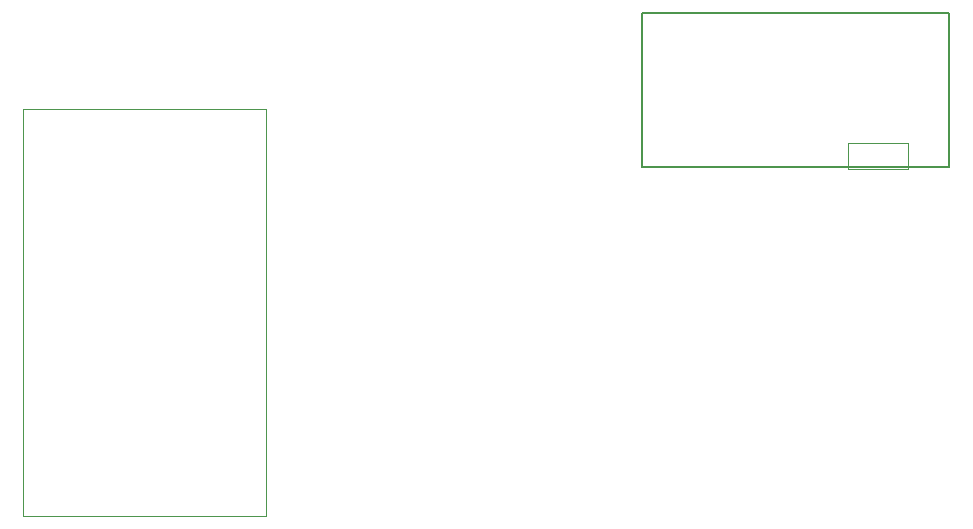
<source format=gbr>
G04*
G04 #@! TF.GenerationSoftware,Altium Limited,Altium Designer,25.0.2 (28)*
G04*
G04 Layer_Color=32768*
%FSTAX25Y25*%
%MOIN*%
G70*
G04*
G04 #@! TF.SameCoordinates,1D9F657F-D979-4B8D-A71A-BEDC461EC683*
G04*
G04*
G04 #@! TF.FilePolarity,Positive*
G04*
G01*
G75*
%ADD13C,0.00787*%
%ADD77C,0.00197*%
D13*
X0212397Y018495D02*
X0314759Y018495D01*
X0212397Y0236132D02*
X0314759D01*
X0212397Y018495D02*
X0212397Y0236132D01*
X0314759Y018495D02*
Y0236132D01*
D77*
X0087071Y0068492D02*
Y0204319D01*
X0006362D02*
X0087071D01*
X0006362D02*
X0006362Y0068492D01*
X0087071D01*
X0281059Y0184201D02*
Y0192862D01*
X0301059D01*
Y0184201D02*
Y0192862D01*
X0281059Y0184201D02*
X0301059D01*
M02*

</source>
